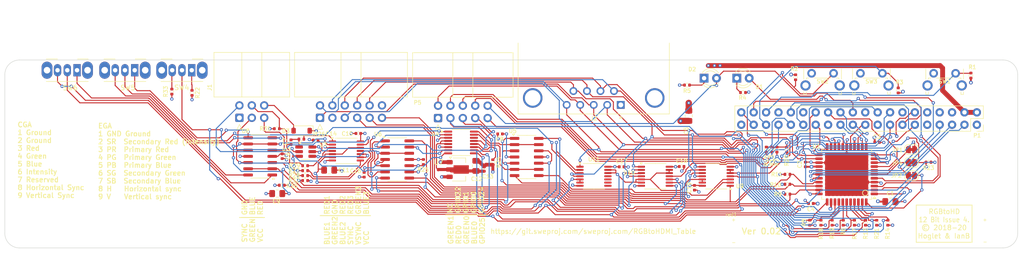
<source format=kicad_pcb>
(kicad_pcb
	(version 20240108)
	(generator "pcbnew")
	(generator_version "8.0")
	(general
		(thickness 1.6)
		(legacy_teardrops no)
	)
	(paper "A4")
	(title_block
		(title "RGBtoHDMI_Table")
		(date "2024-11-05")
		(rev "0.02")
		(company "SweProj.com")
	)
	(layers
		(0 "F.Cu" signal)
		(1 "In1.Cu" signal)
		(2 "In2.Cu" signal)
		(31 "B.Cu" signal)
		(34 "B.Paste" user)
		(35 "F.Paste" user)
		(36 "B.SilkS" user "B.Silkscreen")
		(37 "F.SilkS" user "F.Silkscreen")
		(38 "B.Mask" user)
		(39 "F.Mask" user)
		(40 "Dwgs.User" user "User.Drawings")
		(41 "Cmts.User" user "User.Comments")
		(44 "Edge.Cuts" user)
		(45 "Margin" user)
		(46 "B.CrtYd" user "B.Courtyard")
		(47 "F.CrtYd" user "F.Courtyard")
		(48 "B.Fab" user)
		(49 "F.Fab" user)
	)
	(setup
		(stackup
			(layer "F.SilkS"
				(type "Top Silk Screen")
			)
			(layer "F.Paste"
				(type "Top Solder Paste")
			)
			(layer "F.Mask"
				(type "Top Solder Mask")
				(thickness 0.01)
			)
			(layer "F.Cu"
				(type "copper")
				(thickness 0.035)
			)
			(layer "dielectric 1"
				(type "prepreg")
				(thickness 0.1)
				(material "FR4")
				(epsilon_r 4.5)
				(loss_tangent 0.02)
			)
			(layer "In1.Cu"
				(type "copper")
				(thickness 0.035)
			)
			(layer "dielectric 2"
				(type "core")
				(thickness 1.24)
				(material "FR4")
				(epsilon_r 4.5)
				(loss_tangent 0.02)
			)
			(layer "In2.Cu"
				(type "copper")
				(thickness 0.035)
			)
			(layer "dielectric 3"
				(type "prepreg")
				(thickness 0.1)
				(material "FR4")
				(epsilon_r 4.5)
				(loss_tangent 0.02)
			)
			(layer "B.Cu"
				(type "copper")
				(thickness 0.035)
			)
			(layer "B.Mask"
				(type "Bottom Solder Mask")
				(thickness 0.01)
			)
			(layer "B.Paste"
				(type "Bottom Solder Paste")
			)
			(layer "B.SilkS"
				(type "Bottom Silk Screen")
			)
			(copper_finish "None")
			(dielectric_constraints no)
		)
		(pad_to_mask_clearance 0.05)
		(solder_mask_min_width 0.1)
		(allow_soldermask_bridges_in_footprints yes)
		(aux_axis_origin 84.402 56.40096)
		(grid_origin 45.002 28.00096)
		(pcbplotparams
			(layerselection 0x00010f0_ffffffff)
			(plot_on_all_layers_selection 0x0000000_00000000)
			(disableapertmacros no)
			(usegerberextensions yes)
			(usegerberattributes no)
			(usegerberadvancedattributes no)
			(creategerberjobfile no)
			(dashed_line_dash_ratio 12.000000)
			(dashed_line_gap_ratio 3.000000)
			(svgprecision 4)
			(plotframeref no)
			(viasonmask no)
			(mode 1)
			(useauxorigin no)
			(hpglpennumber 1)
			(hpglpenspeed 20)
			(hpglpendiameter 15.000000)
			(pdf_front_fp_property_popups yes)
			(pdf_back_fp_property_popups yes)
			(dxfpolygonmode yes)
			(dxfimperialunits yes)
			(dxfusepcbnewfont yes)
			(psnegative no)
			(psa4output no)
			(plotreference yes)
			(plotvalue no)
			(plotfptext yes)
			(plotinvisibletext no)
			(sketchpadsonfab no)
			(subtractmaskfromsilk no)
			(outputformat 1)
			(mirror no)
			(drillshape 0)
			(scaleselection 1)
			(outputdirectory "manufacturing/")
		)
	)
	(net 0 "")
	(net 1 "/3V3")
	(net 2 "/GPIO19")
	(net 3 "/GPIO16")
	(net 4 "/GPIO26")
	(net 5 "Net-(D1-K)")
	(net 6 "Net-(D2-K)")
	(net 7 "/VCC")
	(net 8 "GND")
	(net 9 "/SYNC")
	(net 10 "/VSYNC")
	(net 11 "/RxD")
	(net 12 "/TxD")
	(net 13 "/SPDATA")
	(net 14 "/SPCLK")
	(net 15 "/CLKEN")
	(net 16 "/R1")
	(net 17 "/B1")
	(net 18 "/G2")
	(net 19 "/R2")
	(net 20 "/B2")
	(net 21 "/R3")
	(net 22 "/G3")
	(net 23 "/B3")
	(net 24 "/B0")
	(net 25 "/G0")
	(net 26 "/R0")
	(net 27 "/G1")
	(net 28 "/GPIO27_genlock")
	(net 29 "/GPIO25_mode7")
	(net 30 "/GPIO0_sp_data")
	(net 31 "/GPIO20_sp_clk")
	(net 32 "/GPIO1_sp_clken")
	(net 33 "/GPIO17_psync")
	(net 34 "/GPIO18_Version")
	(net 35 "/GPIO22_analog")
	(net 36 "/GPIO24_mux")
	(net 37 "/GPIO21_clk")
	(net 38 "/GPIO2_Q00")
	(net 39 "/GPIO3_Q01")
	(net 40 "/GPIO4_Q02")
	(net 41 "/GPIO10_Q08")
	(net 42 "/GPIO9_Q07")
	(net 43 "/GPIO11_Q09")
	(net 44 "/GPIO8_Q06")
	(net 45 "/GPIO7_Q05")
	(net 46 "/GPIO5_Q03")
	(net 47 "/GPIO6_Q04")
	(net 48 "/GPIO12_Q10")
	(net 49 "/GPIO13_Q11")
	(net 50 "/GPIO23_csync")
	(net 51 "/AGREEN")
	(net 52 "/CGREEN")
	(net 53 "/CLAMPLVL")
	(net 54 "/VANALOG")
	(net 55 "/ASYNC")
	(net 56 "/VCLAMP")
	(net 57 "Net-(R27-Pad2)")
	(net 58 "/ABLUE")
	(net 59 "Net-(R28-Pad2)")
	(net 60 "/ARED")
	(net 61 "Net-(R29-Pad2)")
	(net 62 "/SGREEN")
	(net 63 "unconnected-(U4-DOUT-Pad14)")
	(net 64 "/REFGYSYNC")
	(net 65 "/REFRBUVLO")
	(net 66 "/REFSYNC")
	(net 67 "/SPARE")
	(net 68 "/REFGYLO")
	(net 69 "/REFGYHI")
	(net 70 "/REFRBUVHI")
	(net 71 "/DETECT")
	(net 72 "/B3_A")
	(net 73 "/R2_A")
	(net 74 "/B2_A")
	(net 75 "/SYNC_A")
	(net 76 "/G2_A")
	(net 77 "/VSYNC_A")
	(net 78 "/TERM")
	(net 79 "/R3_A")
	(net 80 "/G0_A")
	(net 81 "/B1_A")
	(net 82 "/R1_A")
	(net 83 "unconnected-(U11-Pad8)")
	(net 84 "unconnected-(U11-Pad9)")
	(net 85 "/VCC_IN")
	(net 86 "unconnected-(P5-Pin_1-Pad1)")
	(net 87 "Net-(SW4-A)")
	(net 88 "Net-(SW4-C)")
	(net 89 "Net-(SW5-C)")
	(net 90 "Net-(SW5-A)")
	(net 91 "Net-(SW6-A)")
	(net 92 "Net-(SW6-C)")
	(net 93 "unconnected-(U11-Pad10)")
	(net 94 "unconnected-(U11-Pad11)")
	(footprint "rgbtohdmi:RPi_Hat_Mounting_Hole" (layer "F.Cu") (at 268.721 97.27))
	(footprint "rgbtohdmi:RPi_Hat_Mounting_Hole" (layer "F.Cu") (at 210.721 97.27))
	(footprint "rgbtohdmi:RPi_Hat_Mounting_Hole" (layer "F.Cu") (at 268.721 120.27))
	(footprint "rgbtohdmi:RPi_Hat_Mounting_Hole" (layer "F.Cu") (at 210.721 120.27))
	(footprint "Jumper:SolderJumper-2_P1.3mm_Bridged_RoundedPad1.0x1.5mm" (layer "F.Cu") (at 250.462 108.95496))
	(footprint "Jumper:SolderJumper-2_P1.3mm_Bridged_RoundedPad1.0x1.5mm" (layer "F.Cu") (at 250.462 103.62096 180))
	(footprint "Jumper:SolderJumper-2_P1.3mm_Bridged_RoundedPad1.0x1.5mm" (layer "F.Cu") (at 250.462 106.28796 180))
	(footprint "Capacitor_SMD:C_0805_2012Metric_Pad1.18x1.45mm_HandSolder" (layer "F.Cu") (at 246.129 114.28896))
	(footprint "Capacitor_SMD:C_0402_1005Metric" (layer "F.Cu") (at 228.73 106.66896 90))
	(footprint "Capacitor_SMD:C_0402_1005Metric" (layer "F.Cu") (at 243.4086 102.14776))
	(footprint "Capacitor_SMD:C_0402_1005Metric" (layer "F.Cu") (at 229.8515 114.66996 180))
	(footprint "Resistor_SMD:R_0402_1005Metric" (layer "F.Cu") (at 262.6292 88.45296 90))
	(footprint "Resistor_SMD:R_0402_1005Metric" (layer "F.Cu") (at 226.7136 88.80656 -90))
	(footprint "Resistor_SMD:R_0402_1005Metric" (layer "F.Cu") (at 247.7448 91.50096 90))
	(footprint "Resistor_SMD:R_0402_1005Metric" (layer "F.Cu") (at 215.944 91.93696))
	(footprint "Resistor_SMD:R_0402_1005Metric" (layer "F.Cu") (at 204.475 90.41296 180))
	(footprint "Button_Switch_THT:SW_Tactile_SPST_Angled_PTS645Vx39-2LFS" (layer "F.Cu") (at 255 88))
	(footprint "Button_Switch_THT:SW_Tactile_SPST_Angled_PTS645Vx39-2LFS" (layer "F.Cu") (at 230 88))
	(footprint "Button_Switch_THT:SW_Tactile_SPST_Angled_PTS645Vx39-2LFS" (layer "F.Cu") (at 240 88))
	(footprint "Package_QFP:LQFP-44_10x10mm_P0.8mm" (layer "F.Cu") (at 237.183 108.70096 180))
	(footprint "rgbtohdmi:PinSocket_2x20_P2.54mm_Vertical_Custom" (layer "F.Cu") (at 263.853 98.54096 -90))
	(footprint "Resistor_SMD:R_0402_1005Metric" (layer "F.Cu") (at 222.888 103.61896 90))
	(footprint "Connector_IDC:IDC-Header_2x06_P2.54mm_Horizontal" (layer "F.Cu") (at 129.289 97.11856 90))
	(footprint "Connector_IDC:IDC-Header_2x05_P2.54mm_Horizontal" (layer "F.Cu") (at 153.4698 97.16936 90))
	(footprint "LED_THT:LED_D3.0mm" (layer "F.Cu") (at 214.674 89))
	(footprint "LED_THT:LED_D3.0mm" (layer "F.Cu") (at 207.9782 89))
	(footprint "Resistor_SMD:R_0402_1005Metric" (layer "F.Cu") (at 231.905 118.60696 -90))
	(footprint "Capacitor_SMD:C_0402_1005Metric" (layer "F.Cu") (at 162.9088 107.57656 90))
	(footprint "Resistor_SMD:R_0402_1005Metric" (layer "F.Cu") (at 98.936 91.74546 -90))
	(footprint "Package_SO:TSSOP-14_4.4x5mm_P0.65mm" (layer "F.Cu") (at 210.4674 109.08776 180))
	(footprint "Package_SO:QSOP-16_3.9x4.9mm_P0.635mm"
		(layer "F.Cu")
		(uuid "1b5112fe-303d-444e-9e67-45ab31f7ed89")
		(at 158.1844 102.16896)
		(descr "QSOP, 16 Pin (https://pdfserv.maximintegrated.com/package_dwgs/21-0055.PDF), generated with kicad-footprint-generator ipc_gullwing_generator.py")
		(tags "QSOP SO")
		(property "Reference" "U4"
			(at -5.2324 -1.7272 0)
			(layer "F.SilkS")
			(uuid "15cba79d-2f8f-4642-a100-9e7dea9bfd02")
			(effects
				(font
					(size 0.8 0.8)
					(thickness 0.15)
				)
			)
		)
		(property "Value" "MAX5259EEE+"
			(at 0 3.4 0)
			(layer "F.Fab")
			(uuid "91a354f4-7f12-4f33-9779-bd05d450d728")
			(effects
				(font
					(size 1 1)
					(thickness 0.15)
				)
			)
		)
		(property "Footprint" "Package_SO:QSOP-16_3.9x4.9mm_P0.635mm"
			(at 0 0 0)
			(unlocked yes)
			(layer "F.Fab")
			(hide yes)
			(uuid "a88579cc-1fa5-400b-ac95-2aacc5374444")
			(effects
				(font
					(size 1.27 1.27)
					(thickness 0.15)
				)
			)
		)
		(property "Datasheet" ""
			(at 0 0 0)
			(unlocked yes)
			(layer "F.Fab")
			(hide yes)
			(uuid "95a33722-a09f-4d9d-848f-f4b45dc26a48")
			(effects
				(font
					(size 1.27 1.27)
					(thickness 0.15)
				)
			)
		)
		(property "Description" ""
			(at 0 0 0)
			(unlocked yes)
			(layer "F.Fab")
			(hide yes)
			(uuid "14f10e5b-1353-4a7e-8150-acc7de735102")
			(effects
				(font
					(size 1.27 1.27)
					(thickness 0.15)
				)
			)
		)
		(property "LCSC" ""
			(at 0 0 0)
			(unlocked yes)
			(layer "F.Fab")
			(hide yes)
			(uuid "06cb246d-99ca-422f-a0fe-15cc3454c3ca")
			(effects
				(font
					(size 1 1)
					(thickness 0.15)
				)
			)
		)
		(path "/71b68b90-b720-48f7-9024-7798b93e89e1")
		(sheetname "Root")
		(sheetfile "rgb-to-hdmi.kicad_sch")
		(attr smd)
		(fp_line
			(start 0 -2.6825)
			(end -1.95 -2.6825)
			(stroke
				(width 0.12)
				(type solid)
			)
			(layer "F.SilkS")
			(uuid "de1458a0-eb6b-4588-b4b8-26797494ced9")
		)
		(fp_line
			(start 0 -2.6825)
			(end 1.95 -2.6825)
			(stroke
				(width 0.12)
				(type solid)
			)
			(layer "F.SilkS")
			(uuid "65209a9b-6aa1-423e-98f6-17b42ac7d8e5")
		)
		(fp_line
			(start 0 2.6825)
			(end -1.95 2.6825)
			(stroke
				(width 0.12)
				(type solid)
			)
			(layer "F.SilkS")
			(uuid "5960f843-9dc3-45f2-a074-1dd74f0c06a1")
		)
		(fp_line
			(start 0 2.6825)
			(end 1.95 2.6825)
			(stroke
				(width 0.12)
				(type solid)
			)
			(layer "F.SilkS")
			(uuid "4875184c-00f9-4ddb-a484-53df981dbddf")
		)
		(fp_poly
			(pts
				(xy -3.71 -2.2225) (xy -4.04 -2.4625) (xy -4.04 -1.9825) (xy -3.71 -2.2225)
			)
			(stroke
				(width 0.12)
				(type solid)
			)
			(fill solid)
			(layer "F.SilkS")
			(uuid "a74eec00-3c38-4fe8-8086-8a78c3d5463d")
		)
		(fp_line
			(start -3.7 -2.7)
			(end -3.7 2.7)
			(stroke
				(width 0.05)
				(type solid)
			)
			(layer "F.CrtYd")
			(uuid "1ad6dc59-28c0-4610-a3a8-5fb9ed452f37")
		)
		(fp_line
			(start -3.7 2.7)
			(end 3.7 2.7)
			(stroke
				(width 0.05)
				(type solid)
			)
			(layer "F.CrtYd")
			(uuid "fff563a2-4c40-4a86-befb-6af4600f61f2")
		)
		(fp_line
			(start 3.7 -2.7)
			(end -3.7 -2.7)
			(stroke
				(width 0.05)
				(type solid)
			)
			(layer "F.CrtYd")
			(uuid "8760bf07-f782-4ef7-b3d8-306c1b5ff73d")
		)
		(fp_line
			(start 3.7 2.7)
			(end 3.7 -2.7)
			(stroke
				(width 0.05)
				(type solid)
			)
			(layer "F.CrtYd")
			(uuid "ab48022b-cde8-4cae-956b-26a3d2cbf260")
		)
		(fp_line
			(start -1.95 -1.475)
			(end -0.975 -2.45)
			(stroke
				(width 0.1)
				(type solid)
			)
			(layer "F.Fab")
			(uuid "500c8c83-9cf5-4969-bf11-d09ff3236cd6")
		)
		(fp_line
			(start -1.95 2.45)
			(end -1.95 -1.475)
			(stroke
				(width 0.1)
				(type solid)
			)
			(layer "F.Fab")
			(uuid "91da9da7-892e-4ba8-9cba-77247001fdec")
		)
		(fp_line
			(start -0.975 -2.45)
			(end 1.95 -2.45)
			(stroke
				(width 0.1)
				(type solid)
			)
			(layer "F.Fab")
			(uuid "fd1a7d65-7775-4183-bf7a-367dc90165b3")
		)
		(fp_line
			(start 1.95 -2.45)
			(end 1.95 2.45)
			(stroke
				(width 0.1)
				(type solid)
			)
			(layer "F.Fab")
			(uuid "b1a0eb42-af0f-4e75-bd40-f39df5b9f2b6")
		)
		(fp_line
			(start 1.95 2.45)
			(end -1.95 2.45)
			(stroke
				(width 0.1)
				(type solid)
			)
			(layer "F.Fab")
			(uuid "51157973-e7fd-4663-8dcd-6ebac6a640d0")
		)
		(fp_text user "${REFERENCE}"
			(at 0 0 0)
			(layer "F.Fab")
			(uuid "463785c9-8596-434d-84e8-92a404e2b754")
			(effects
				(font
					(size 0.98 0.98)
					(thickness 0.15)
				)
			)
		)
		(pad "1" smd roundrect
			(at -2.6375 -2.2225)
			(size 1.625 0.4)
			(layers "F.Cu" "F.Paste" "F.Mask")
			(roundrect_rratio 0.25)
			(net 68 "/REFGYLO")
			(pinfunction "OUTB")
			(pintype "output")
			(uuid "a3d44d79-6107-4467-8ee0-39a349bc7389")
		)
		(pad "2" smd roundrect
			(at -2.6375 -1.5875)
			(size 1.625 0.4)
			(layers "F.Cu" "F.Paste" "F.Mask")
			(roundrect_rratio 0.25)
			(net 69 "/REFGYHI")
			(pinfunction "OUTA")
			(pintype "output")
			(uuid "27f7897a-3527-4a99-be6c-71cee495d763")
		)
		(pad "3" smd roundrect
			(at -2.6375 -0.9525)
			(size 1.625 0.4)
			(layers "F.Cu" "F.Paste" "F.Mask")
			(roundrect_rratio 0.25)
			(net 8 "GND")
			(pinfunction "GND")
			(pintype "power_in")
			(uuid "cdee3410-ed0b-43dc-8503-d1e93d3f82d3")
		)
		(pad "4" smd roundrect
			(at -2.6375 -0.3175)
			(size 1.625 0.4)
			(layers "F.Cu" "F.Paste" "F.Mask")
			(roundrect_rratio 0.25)
			(net 54 "/VANALOG")
			(pinfunction "VDD")
			(pintype "power_in")
			(uuid "5720abee-2751-4a5d-81e1-9bb3dcd7c54c")
		)
		(pad "5" smd roundrect
			(at -2.6375 0.3175)
			(size 1.625 0.4)
			(layers "F.Cu" "F.Paste" "F.Mask")
			(roundrect_rratio 0.25)
			(net 54 "/VANALOG")
			(pinfunction "REF")
			(pintype "input")
			(uuid "9f2cfaa9-bfae-43cb-9bf2-28b846a6f354")
		)
		(pad "6" smd roundrect
			(at -2.6375 0.9525)
			(size 1.625 0.4)
			(layers "F.Cu" "F.Paste" "F.Mask")
			(roundrect_rratio 0.25)
			(net 8 "GND")
			(pinfunction "LDAC")
			(pintype "input")
			(uuid "d26c4bab-bc2a-4248-9d88-8d7f76c18d9a")
		)
		(pad "7" smd roundrect
			(at -2.6375 1.5875)
			(size 1.625 0.4)
			(layers "F.Cu" "F.Paste" "F.Mask")
			(roundrect_rratio 0.25)
			(net 64 "/REFGYSYNC")
			(pinfunction "OUTE")
			(pintype "output")
			(uuid "bffcc4bf-6509-4d3c-ac01-eabd3ed3ceb4")
		)
		(pad "8" smd roundrect
			(at -2.6375 2.2225)
			(size 1.625 0.4)
			(layers "F.Cu" "F.Paste" "F.Mask")
			(roundrect_rratio 0.25)
			(net 66 "/REFSYNC")
			(pinfunction "OUTF")
			(pintype "output")
			(uuid "c8797aae-3198-4f14-91c3-8712cd0e6fe0")
		)
		(pad "9" smd roundrect
			(at 2.6375 2.2225)
			(size 1.625 0.4)
			(layers "F.Cu" "F.Paste" "F.Mask")
			(roundrect_rratio 0.25)
			(net 53 "/CLAMPLVL")
			(pinfunction "OUTG")
			(pintype "output")
			(uuid "81d67007-9286-4aae-a8df-7bfbe5923e30")
		)
		(pad "10" smd roundrect
			(at 2.6375 1.5875)
			(size 1.625 0.4)
			(layers "F.Cu" "F.Paste" "F.Mask")
			(roundrect_rratio 0.25)
			(net 67 "/SPARE")
			(pinfunction "OUTH")
			(pintype "output")
			(uuid "58baf4de-0eab-440d-b898-48eb116653b2")
		)
		(pad "11" smd roundrect
			(at 2.6375 0.9525)
			(size 1.625 0.4)
			(layers "F.Cu" "F.Paste" "F.Mask")
			(roundrect_rratio 0.25)
			(net 35 "/GPIO22_analog")
			(pinfunction "CS")
			(pintype "input")
			(uuid "b5f51946-e5cd-4500-b54a-3288dea7c8c2")
		)
		(pad "12" smd roundrect
			(at 2.6375 0.3175)
			(size 1.625 0.4)
			(layers "F.Cu" "F.Paste" "F.Mask")
			(roundrect_rratio 0.25)
			(net 32 "/GPIO1_sp_clken")
			(pinfunction "SCLK")
			(pintype "input")
			(uuid "2f1cc7fb-7fdf-46e5-a76d-76a73bc80958")
		)
		(pad "13" smd roundrect
			(at 2.6375 -0.3175)
			(size 1.625 0.4)
			(layers "F.Cu" "F.Paste" "F.Mask")
			(roundrect_rratio 0.25)
			(net 30 "/GPIO0_sp_data")
			(pinfunction "DIN")
			(pintype "input")
			(uuid "f343df3a-b26a-461f-8545-6dde26dc57c1")
		)
		(pad "14" smd roundrect
			(at 2.6375 -0.9525)
			(size 1.625 0.4)
			(layers "F.Cu" "F.Paste" "F.Mask")
			(roundrect_rratio 0.25)
			(net 63 "unconnected-(U4-DOUT-Pad14)")
			(pinfunction "DOUT")
			(pintype "output+no_connect")
			(uuid "26ba0ed2-3ea0-4733-9cdb-d84e7c838e15")
		)
		(pad "15" smd roundrect
			(at 2.6375 -1.5875)
			(size 1.62
... [1497394 chars truncated]
</source>
